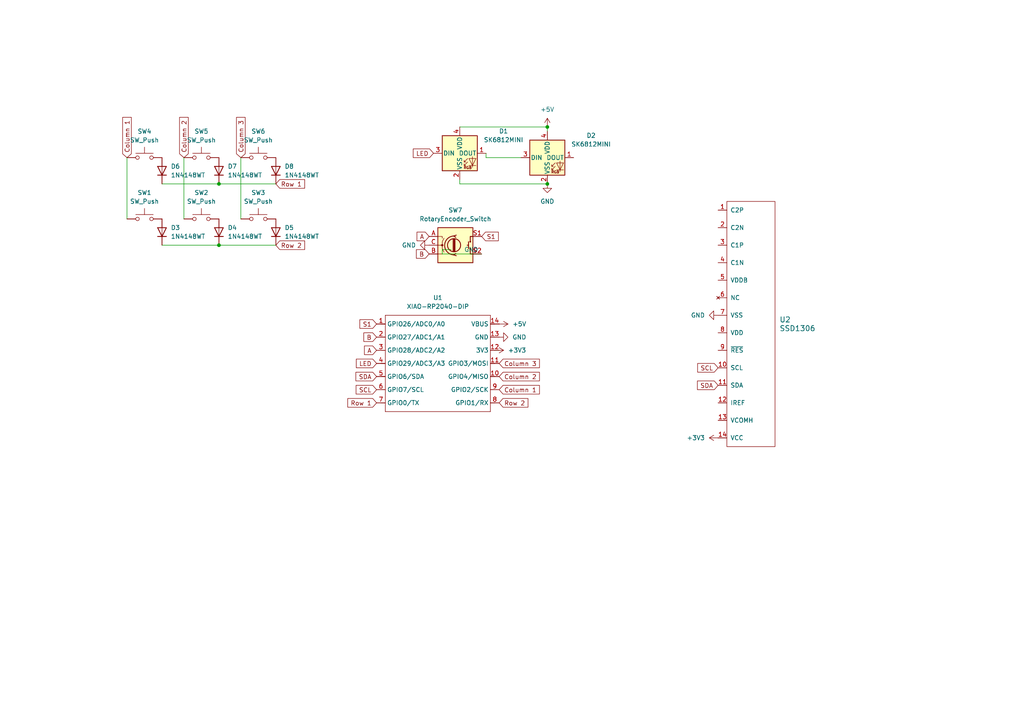
<source format=kicad_sch>
(kicad_sch (version 20250114) (generator "eeschema") (generator_version "9.0")
  (paper "A4")
  (lib_symbols
    (symbol "Device:RotaryEncoder_Switch" (pin_names (offset 0.254) (hide yes))
      (property "Reference" "SW" (at 0 6.604 0))
      (property "Value" "RotaryEncoder_Switch" (at 0 -6.604 0))
      (symbol "RotaryEncoder_Switch_0_1"
        (rectangle (start -5.08 5.08) (end 5.08 -5.08) (stroke (width 0.254)) (fill (type background)))
        (polyline (pts (xy -5.08 2.54) (xy -3.81 2.54) (xy -3.81 2.032)))
        (polyline (pts (xy -5.08 0) (xy -3.81 0) (xy -3.81 -1.016) (xy -3.302 -2.032)))
        (polyline (pts (xy -5.08 -2.54) (xy -3.81 -2.54) (xy -3.81 -2.032)))
        (polyline (pts (xy -4.318 0) (xy -3.81 0) (xy -3.81 1.016) (xy -3.302 2.032)))
        (circle (center -3.81 0) (radius 0.254) (fill (type outline)))
        (polyline (pts (xy -0.635 -1.778) (xy -0.635 1.778)) (stroke (width 0.254)))
        (circle (center -0.381 0) (radius 1.905) (stroke (width 0.254)))
        (polyline (pts (xy -0.381 -1.778) (xy -0.381 1.778)) (stroke (width 0.254)))
        (arc (start -0.381 -2.794) (mid -3.0988 -0.0635) (end -0.381 2.667) (stroke (width 0.254)))
        (polyline (pts (xy -0.127 1.778) (xy -0.127 -1.778)) (stroke (width 0.254)))
        (polyline (pts (xy 0.254 2.921) (xy -0.508 2.667) (xy 0.127 2.286)) (stroke (width 0.254)))
        (polyline (pts (xy 0.254 -3.048) (xy -0.508 -2.794) (xy 0.127 -2.413)) (stroke (width 0.254)))
        (polyline (pts (xy 3.81 1.016) (xy 3.81 -1.016)) (stroke (width 0.254)))
        (polyline (pts (xy 3.81 0) (xy 3.429 0)) (stroke (width 0.254)))
        (circle (center 4.318 1.016) (radius 0.127) (stroke (width 0.254)))
        (circle (center 4.318 -1.016) (radius 0.127) (stroke (width 0.254)))
        (polyline (pts (xy 5.08 2.54) (xy 4.318 2.54) (xy 4.318 1.016)) (stroke (width 0.254)))
        (polyline (pts (xy 5.08 -2.54) (xy 4.318 -2.54) (xy 4.318 -1.016)) (stroke (width 0.254)))
      )
      (symbol "RotaryEncoder_Switch_1_1"
        (pin passive line (at -7.62 2.54 0) (length 2.54) (name "A") (number "A"))
        (pin passive line (at -7.62 0 0) (length 2.54) (name "C") (number "C"))
        (pin passive line (at -7.62 -2.54 0) (length 2.54) (name "B") (number "B"))
        (pin passive line (at 7.62 2.54 180) (length 2.54) (name "S1") (number "S1"))
        (pin passive line (at 7.62 -2.54 180) (length 2.54) (name "S2") (number "S2"))
      )
    )
    (symbol "Diode:1N4148WT" (pin_numbers (hide yes)) (pin_names (hide yes))
      (property "Reference" "D" (at 0 2.54 0))
      (property "Value" "1N4148WT" (at 0 -2.54 0))
      (symbol "1N4148WT_0_1"
        (polyline (pts (xy -1.27 1.27) (xy -1.27 -1.27)) (stroke (width 0.254)))
        (polyline (pts (xy 1.27 1.27) (xy 1.27 -1.27) (xy -1.27 0) (xy 1.27 1.27)) (stroke (width 0.254)))
        (polyline (pts (xy 1.27 0) (xy -1.27 0)))
      )
      (symbol "1N4148WT_1_1"
        (pin passive line (at -3.81 0 0) (length 2.54) (name "K") (number "1"))
        (pin passive line (at 3.81 0 180) (length 2.54) (name "A") (number "2"))
      )
    )
    (symbol "LED:SK6812MINI" (pin_names (offset 0.254))
      (property "Reference" "D" (at 5.08 5.715 0))
      (property "Value" "SK6812MINI" (at 1.27 -5.715 0))
      (symbol "SK6812MINI_0_0"
        (text "RGB" (at 2.286 -4.191 0) (effects (font (size 0.762 0.762))))
      )
      (symbol "SK6812MINI_0_1"
        (polyline (pts (xy 1.27 -2.54) (xy 1.778 -2.54)))
        (polyline (pts (xy 1.27 -3.556) (xy 1.778 -3.556)))
        (polyline (pts (xy 2.286 -1.524) (xy 1.27 -2.54) (xy 1.27 -2.032)))
        (polyline (pts (xy 2.286 -2.54) (xy 1.27 -3.556) (xy 1.27 -3.048)))
        (polyline (pts (xy 3.683 -1.016) (xy 3.683 -3.556) (xy 3.683 -4.064)))
        (polyline (pts (xy 4.699 -1.524) (xy 2.667 -1.524) (xy 3.683 -3.556) (xy 4.699 -1.524)))
        (polyline (pts (xy 4.699 -3.556) (xy 2.667 -3.556)))
        (rectangle (start 5.08 5.08) (end -5.08 -5.08) (stroke (width 0.254)) (fill (type background)))
      )
      (symbol "SK6812MINI_1_1"
        (pin input line (at -7.62 0 0) (length 2.54) (name "DIN") (number "3"))
        (pin power_in line (at 0 7.62 270) (length 2.54) (name "VDD") (number "4"))
        (pin power_in line (at 0 -7.62 90) (length 2.54) (name "VSS") (number "2"))
        (pin output line (at 7.62 0 180) (length 2.54) (name "DOUT") (number "1"))
      )
    )
    (symbol "SSD1306_OLED-0.91-128x32:SSD1306" (pin_names (offset 1.016))
      (property "Reference" "U" (at 34.29 15.24 0))
      (property "Value" "SSD1306" (at -34.29 15.24 0))
      (symbol "SSD1306_0_1"
        (rectangle (start -35.56 16.51) (end 35.56 2.54))
      )
      (symbol "SSD1306_1_1"
        (pin input line (at -33.02 0 90) (length 2.54) (name "C2P") (number "1"))
        (pin input line (at -27.94 0 90) (length 2.54) (name "C2N") (number "2"))
        (pin input line (at -22.86 0 90) (length 2.54) (name "C1P") (number "3"))
        (pin input line (at -17.78 0 90) (length 2.54) (name "C1N") (number "4"))
        (pin input line (at -12.7 0 90) (length 2.54) (name "VDDB") (number "5"))
        (pin no_connect line (at -7.62 0 90) (length 2.54) (name "NC") (number "6"))
        (pin output line (at -2.54 0 90) (length 2.54) (name "VSS") (number "7"))
        (pin input line (at 2.54 0 90) (length 2.54) (name "VDD") (number "8"))
        (pin input line (at 7.62 0 90) (length 2.54) (name "~{RES}") (number "9"))
        (pin input line (at 12.7 0 90) (length 2.54) (name "SCL") (number "10"))
        (pin input line (at 17.78 0 90) (length 2.54) (name "SDA") (number "11"))
        (pin input line (at 22.86 0 90) (length 2.54) (name "IREF") (number "12"))
        (pin input line (at 27.94 0 90) (length 2.54) (name "VCOMH") (number "13"))
        (pin input line (at 33.02 0 90) (length 2.54) (name "VCC") (number "14"))
      )
    )
    (symbol "Seeed_Studio_XIAO_Series:XIAO-RP2040-DIP"
      (property "Reference" "U" (at 0 0 0))
      (property "Value" "XIAO-RP2040-DIP" (at 5.334 -1.778 0))
      (symbol "XIAO-RP2040-DIP_1_0"
        (polyline (pts (xy -1.27 -2.54) (xy 29.21 -2.54)) (stroke (width 0.1524)))
        (polyline (pts (xy -1.27 -5.08) (xy -2.54 -5.08)) (stroke (width 0.1524)))
        (polyline (pts (xy -1.27 -5.08) (xy -1.27 -2.54)) (stroke (width 0.1524)))
        (polyline (pts (xy -1.27 -8.89) (xy -2.54 -8.89)) (stroke (width 0.1524)))
        (polyline (pts (xy -1.27 -8.89) (xy -1.27 -5.08)) (stroke (width 0.1524)))
        (polyline (pts (xy -1.27 -12.7) (xy -2.54 -12.7)) (stroke (width 0.1524)))
        (polyline (pts (xy -1.27 -12.7) (xy -1.27 -8.89)) (stroke (width 0.1524)))
        (polyline (pts (xy -1.27 -16.51) (xy -2.54 -16.51)) (stroke (width 0.1524)))
        (polyline (pts (xy -1.27 -16.51) (xy -1.27 -12.7)) (stroke (width 0.1524)))
        (polyline (pts (xy -1.27 -20.32) (xy -2.54 -20.32)) (stroke (width 0.1524)))
        (polyline (pts (xy -1.27 -24.13) (xy -2.54 -24.13)) (stroke (width 0.1524)))
        (polyline (pts (xy -1.27 -27.94) (xy -2.54 -27.94)) (stroke (width 0.1524)))
        (polyline (pts (xy -1.27 -30.48) (xy -1.27 -16.51)) (stroke (width 0.1524)))
        (polyline (pts (xy 29.21 -2.54) (xy 29.21 -5.08)) (stroke (width 0.1524)))
        (polyline (pts (xy 29.21 -5.08) (xy 29.21 -8.89)) (stroke (width 0.1524)))
        (polyline (pts (xy 29.21 -8.89) (xy 29.21 -12.7)) (stroke (width 0.1524)))
        (polyline (pts (xy 29.21 -12.7) (xy 29.21 -30.48)) (stroke (width 0.1524)))
        (polyline (pts (xy 29.21 -30.48) (xy -1.27 -30.48)) (stroke (width 0.1524)))
        (polyline (pts (xy 30.48 -5.08) (xy 29.21 -5.08)) (stroke (width 0.1524)))
        (polyline (pts (xy 30.48 -8.89) (xy 29.21 -8.89)) (stroke (width 0.1524)))
        (polyline (pts (xy 30.48 -12.7) (xy 29.21 -12.7)) (stroke (width 0.1524)))
        (polyline (pts (xy 30.48 -16.51) (xy 29.21 -16.51)) (stroke (width 0.1524)))
        (polyline (pts (xy 30.48 -20.32) (xy 29.21 -20.32)) (stroke (width 0.1524)))
        (polyline (pts (xy 30.48 -24.13) (xy 29.21 -24.13)) (stroke (width 0.1524)))
        (polyline (pts (xy 30.48 -27.94) (xy 29.21 -27.94)) (stroke (width 0.1524)))
        (pin passive line (at -3.81 -5.08 0) (length 2.54) (name "GPIO26/ADC0/A0") (number "1"))
        (pin passive line (at -3.81 -8.89 0) (length 2.54) (name "GPIO27/ADC1/A1") (number "2"))
        (pin passive line (at -3.81 -12.7 0) (length 2.54) (name "GPIO28/ADC2/A2") (number "3"))
        (pin passive line (at -3.81 -16.51 0) (length 2.54) (name "GPIO29/ADC3/A3") (number "4"))
        (pin passive line (at -3.81 -20.32 0) (length 2.54) (name "GPIO6/SDA") (number "5"))
        (pin passive line (at -3.81 -24.13 0) (length 2.54) (name "GPIO7/SCL") (number "6"))
        (pin passive line (at -3.81 -27.94 0) (length 2.54) (name "GPIO0/TX") (number "7"))
        (pin passive line (at 31.75 -5.08 180) (length 2.54) (name "VBUS") (number "14"))
        (pin passive line (at 31.75 -8.89 180) (length 2.54) (name "GND") (number "13"))
        (pin passive line (at 31.75 -12.7 180) (length 2.54) (name "3V3") (number "12"))
        (pin passive line (at 31.75 -16.51 180) (length 2.54) (name "GPIO3/MOSI") (number "11"))
        (pin passive line (at 31.75 -20.32 180) (length 2.54) (name "GPIO4/MISO") (number "10"))
        (pin passive line (at 31.75 -24.13 180) (length 2.54) (name "GPIO2/SCK") (number "9"))
        (pin passive line (at 31.75 -27.94 180) (length 2.54) (name "GPIO1/RX") (number "8"))
      )
    )
    (symbol "Switch:SW_Push" (pin_numbers (hide yes)) (pin_names (offset 1.016) (hide yes))
      (property "Reference" "SW" (at 1.27 2.54 0))
      (property "Value" "SW_Push" (at 0 -1.524 0))
      (symbol "SW_Push_0_1"
        (circle (center -2.032 0) (radius 0.508))
        (polyline (pts (xy 0 1.27) (xy 0 3.048)))
        (circle (center 2.032 0) (radius 0.508))
        (polyline (pts (xy 2.54 1.27) (xy -2.54 1.27)))
        (pin passive line (at -5.08 0 0) (length 2.54) (name "1") (number "1"))
        (pin passive line (at 5.08 0 180) (length 2.54) (name "2") (number "2"))
      )
    )
    (symbol "power:+3V3" (power) (pin_numbers (hide yes)) (pin_names (offset 0) (hide yes))
      (property "Value" "+3V3" (at 0 3.556 0))
      (symbol "+3V3_0_1"
        (polyline (pts (xy -0.762 1.27) (xy 0 2.54)))
        (polyline (pts (xy 0 2.54) (xy 0.762 1.27)))
        (polyline (pts (xy 0 0) (xy 0 2.54)))
      )
      (symbol "+3V3_1_1"
        (pin power_in line (at 0 0 90) (length 0) (name "~") (number "1"))
      )
    )
    (symbol "power:+5V" (power) (pin_numbers (hide yes)) (pin_names (offset 0) (hide yes))
      (property "Value" "+5V" (at 0 3.556 0))
      (symbol "+5V_0_1"
        (polyline (pts (xy -0.762 1.27) (xy 0 2.54)))
        (polyline (pts (xy 0 2.54) (xy 0.762 1.27)))
        (polyline (pts (xy 0 0) (xy 0 2.54)))
      )
      (symbol "+5V_1_1"
        (pin power_in line (at 0 0 90) (length 0) (name "~") (number "1"))
      )
    )
    (symbol "power:GND" (power) (pin_numbers (hide yes)) (pin_names (offset 0) (hide yes))
      (property "Value" "GND" (at 0 -3.81 0))
      (symbol "GND_0_1"
        (polyline (pts (xy 0 0) (xy 0 -1.27) (xy 1.27 -1.27) (xy 0 -2.54) (xy -1.27 -1.27) (xy 0 -1.27)))
      )
      (symbol "GND_1_1"
        (pin power_in line (at 0 0 270) (length 0) (name "~") (number "1"))
      )
    )
  )
  (junction (at 63.5 53.34))
  (junction (at 63.5 71.12))
  (junction (at 158.75 36.83))
  (junction (at 158.75 53.34))
  (wire (pts (xy 46.99 53.34) (xy 63.5 53.34)))
  (wire (pts (xy 139.7 73.66) (xy 128.27 73.66)))
  (wire (pts (xy 63.5 71.12) (xy 80.01 71.12)))
  (wire (pts (xy 158.75 38.1) (xy 158.75 36.83)))
  (wire (pts (xy 46.99 71.12) (xy 63.5 71.12)))
  (wire (pts (xy 140.97 45.72) (xy 140.97 44.45)))
  (wire (pts (xy 158.75 36.83) (xy 133.35 36.83)))
  (wire (pts (xy 158.75 53.34) (xy 133.35 53.34)))
  (wire (pts (xy 69.85 45.72) (xy 69.85 63.5)))
  (wire (pts (xy 128.27 72.39) (xy 130.81 72.39)))
  (wire (pts (xy 133.35 53.34) (xy 133.35 52.07)))
  (wire (pts (xy 143.51 101.6) (xy 144.78 101.6)))
  (wire (pts (xy 151.13 45.72) (xy 140.97 45.72)))
  (wire (pts (xy 128.27 73.66) (xy 128.27 72.39)))
  (wire (pts (xy 63.5 53.34) (xy 80.01 53.34)))
  (wire (pts (xy 53.34 45.72) (xy 53.34 63.5)))
  (wire (pts (xy 36.83 45.72) (xy 36.83 63.5)))
  (global_label "Row 1" (shape input) (at 80.01 53.34 0) (property "Intersheetrefs" "${INTERSHEET_REFS}" (effects (hide yes))))
  (global_label "Column 2" (shape input) (at 53.34 45.72 90) (property "Intersheetrefs" "${INTERSHEET_REFS}" (effects (hide yes))))
  (global_label "LED" (shape input) (at 109.22 105.41 180) (property "Intersheetrefs" "${INTERSHEET_REFS}" (effects (hide yes))))
  (global_label "Column 1" (shape input) (at 36.83 45.72 90) (property "Intersheetrefs" "${INTERSHEET_REFS}" (effects (hide yes))))
  (global_label "S1" (shape input) (at 109.22 93.98 180) (property "Intersheetrefs" "${INTERSHEET_REFS}" (effects (hide yes))))
  (global_label "S1" (shape input) (at 139.7 68.58 0) (property "Intersheetrefs" "${INTERSHEET_REFS}" (effects (hide yes))))
  (global_label "Column 1" (shape input) (at 144.78 113.03 0) (property "Intersheetrefs" "${INTERSHEET_REFS}" (effects (hide yes))))
  (global_label "A" (shape input) (at 109.22 101.6 180) (property "Intersheetrefs" "${INTERSHEET_REFS}" (effects (hide yes))))
  (global_label "SCL" (shape input) (at 208.28 106.68 180) (property "Intersheetrefs" "${INTERSHEET_REFS}" (effects (hide yes))))
  (global_label "B" (shape input) (at 124.46 73.66 180) (property "Intersheetrefs" "${INTERSHEET_REFS}" (effects (hide yes))))
  (global_label "SDA" (shape input) (at 208.28 111.76 180) (property "Intersheetrefs" "${INTERSHEET_REFS}" (effects (hide yes))))
  (global_label "Column 3" (shape input) (at 144.78 105.41 0) (property "Intersheetrefs" "${INTERSHEET_REFS}" (effects (hide yes))))
  (global_label "SDA" (shape input) (at 109.22 109.22 180) (property "Intersheetrefs" "${INTERSHEET_REFS}" (effects (hide yes))))
  (global_label "Column 2" (shape input) (at 144.78 109.22 0) (property "Intersheetrefs" "${INTERSHEET_REFS}" (effects (hide yes))))
  (global_label "Row 2" (shape input) (at 80.01 71.12 0) (property "Intersheetrefs" "${INTERSHEET_REFS}" (effects (hide yes))))
  (global_label "A" (shape input) (at 124.46 68.58 180) (property "Intersheetrefs" "${INTERSHEET_REFS}" (effects (hide yes))))
  (global_label "LED" (shape input) (at 125.73 44.45 180) (property "Intersheetrefs" "${INTERSHEET_REFS}" (effects (hide yes))))
  (global_label "SCL" (shape input) (at 109.22 113.03 180) (property "Intersheetrefs" "${INTERSHEET_REFS}" (effects (hide yes))))
  (global_label "Column 3" (shape input) (at 69.85 45.72 90) (property "Intersheetrefs" "${INTERSHEET_REFS}" (effects (hide yes))))
  (global_label "Row 2" (shape input) (at 144.78 116.84 0) (property "Intersheetrefs" "${INTERSHEET_REFS}" (effects (hide yes))))
  (global_label "Row 1" (shape input) (at 109.22 116.84 180) (property "Intersheetrefs" "${INTERSHEET_REFS}" (effects (hide yes))))
  (global_label "B" (shape input) (at 109.22 97.79 180) (property "Intersheetrefs" "${INTERSHEET_REFS}" (effects (hide yes))))
  (symbol (lib_id "Diode:1N4148WT") (at 80.01 67.31 90) (unit 1)
    (property "Reference" "D5" (at 82.55 66.0399 90) (effects (justify right)))
    (property "Value" "1N4148WT" (at 82.55 68.5799 90) (effects (justify right)))
    (property "Footprint" "Diode_SMD:D_SOD-523" (effects (hide yes)))
    (property "Datasheet" "https://www.diodes.com/assets/Datasheets/ds30396.pdf" (effects (hide yes)))
    (property "Description" "75V 0.15A Fast switching Diode, SOD-523" (effects (hide yes)))
    (property "Sim.Device" "D" (effects (hide yes)))
    (property "Sim.Pins" "1=K 2=A" (effects (hide yes)))
  )
  (symbol (lib_id "Diode:1N4148WT") (at 46.99 49.53 90) (unit 1)
    (property "Reference" "D6" (at 49.53 48.2599 90) (effects (justify right)))
    (property "Value" "1N4148WT" (at 49.53 50.7999 90) (effects (justify right)))
    (property "Footprint" "Diode_SMD:D_SOD-523" (effects (hide yes)))
    (property "Datasheet" "https://www.diodes.com/assets/Datasheets/ds30396.pdf" (effects (hide yes)))
    (property "Description" "75V 0.15A Fast switching Diode, SOD-523" (effects (hide yes)))
    (property "Sim.Device" "D" (effects (hide yes)))
    (property "Sim.Pins" "1=K 2=A" (effects (hide yes)))
  )
  (symbol (lib_id "power:+5V") (at 144.78 93.98 270) (unit 1)
    (property "Reference" "#PWR03" (effects (hide yes)))
    (property "Value" "+5V" (at 148.59 93.9799 90) (effects (justify left)))
    (property "Description" "Power symbol creates a global label with name \"+5V\"" (effects (hide yes)))
  )
  (symbol (lib_id "LED:SK6812MINI") (at 158.75 45.72 0) (unit 1)
    (property "Reference" "D2" (at 171.45 39.2998 0))
    (property "Value" "SK6812MINI" (at 171.45 41.8398 0))
    (property "Footprint" "LED_SMD:LED_SK6812MINI_PLCC4_3.5x3.5mm_P1.75mm" (effects (hide yes)))
    (property "Datasheet" "https://cdn-shop.adafruit.com/product-files/2686/SK6812MINI_REV.01-1-2.pdf" (effects (hide yes)))
    (property "Description" "RGB LED with integrated controller" (effects (hide yes)))
  )
  (symbol (lib_id "power:GND") (at 158.75 53.34 0) (unit 1)
    (property "Reference" "#PWR05" (effects (hide yes)))
    (property "Value" "GND" (at 158.75 58.42 0))
    (property "Description" "Power symbol creates a global label with name \"GND\" , ground" (effects (hide yes)))
  )
  (symbol (lib_id "power:+3V3") (at 208.28 127 90) (unit 1)
    (property "Reference" "#PWR08" (effects (hide yes)))
    (property "Value" "+3V3" (at 204.47 126.9999 90) (effects (justify left)))
    (property "Description" "Power symbol creates a global label with name \"+3V3\"" (effects (hide yes)))
  )
  (symbol (lib_id "Switch:SW_Push") (at 74.93 45.72 0) (unit 1)
    (property "Reference" "SW6" (at 74.93 38.1 0))
    (property "Value" "SW_Push" (at 74.93 40.64 0))
    (property "Footprint" "Button_Switch_Keyboard:SW_Cherry_MX_1.00u_PCB" (effects (hide yes)))
    (property "Description" "Push button switch, generic, two pins" (effects (hide yes)))
  )
  (symbol (lib_id "power:GND") (at 130.81 72.39 90) (unit 1)
    (property "Reference" "#PWR07" (effects (hide yes)))
    (property "Value" "GND" (at 134.62 72.3899 90) (effects (justify right)))
    (property "Description" "Power symbol creates a global label with name \"GND\" , ground" (effects (hide yes)))
  )
  (symbol (lib_id "Diode:1N4148WT") (at 63.5 49.53 90) (unit 1)
    (property "Reference" "D7" (at 66.04 48.2599 90) (effects (justify right)))
    (property "Value" "1N4148WT" (at 66.04 50.7999 90) (effects (justify right)))
    (property "Footprint" "Diode_SMD:D_SOD-523" (effects (hide yes)))
    (property "Datasheet" "https://www.diodes.com/assets/Datasheets/ds30396.pdf" (effects (hide yes)))
    (property "Description" "75V 0.15A Fast switching Diode, SOD-523" (effects (hide yes)))
    (property "Sim.Device" "D" (effects (hide yes)))
    (property "Sim.Pins" "1=K 2=A" (effects (hide yes)))
  )
  (symbol (lib_id "Diode:1N4148WT") (at 46.99 67.31 90) (unit 1)
    (property "Reference" "D3" (at 49.53 66.0399 90) (effects (justify right)))
    (property "Value" "1N4148WT" (at 49.53 68.5799 90) (effects (justify right)))
    (property "Footprint" "Diode_SMD:D_SOD-523" (effects (hide yes)))
    (property "Datasheet" "https://www.diodes.com/assets/Datasheets/ds30396.pdf" (effects (hide yes)))
    (property "Description" "75V 0.15A Fast switching Diode, SOD-523" (effects (hide yes)))
    (property "Sim.Device" "D" (effects (hide yes)))
    (property "Sim.Pins" "1=K 2=A" (effects (hide yes)))
  )
  (symbol (lib_id "Switch:SW_Push") (at 41.91 45.72 0) (unit 1)
    (property "Reference" "SW4" (at 41.91 38.1 0))
    (property "Value" "SW_Push" (at 41.91 40.64 0))
    (property "Footprint" "Button_Switch_Keyboard:SW_Cherry_MX_1.00u_PCB" (effects (hide yes)))
    (property "Description" "Push button switch, generic, two pins" (effects (hide yes)))
  )
  (symbol (lib_id "Diode:1N4148WT") (at 80.01 49.53 90) (unit 1)
    (property "Reference" "D8" (at 82.55 48.2599 90) (effects (justify right)))
    (property "Value" "1N4148WT" (at 82.55 50.7999 90) (effects (justify right)))
    (property "Footprint" "Diode_SMD:D_SOD-523" (effects (hide yes)))
    (property "Datasheet" "https://www.diodes.com/assets/Datasheets/ds30396.pdf" (effects (hide yes)))
    (property "Description" "75V 0.15A Fast switching Diode, SOD-523" (effects (hide yes)))
    (property "Sim.Device" "D" (effects (hide yes)))
    (property "Sim.Pins" "1=K 2=A" (effects (hide yes)))
  )
  (symbol (lib_id "Seeed_Studio_XIAO_Series:XIAO-RP2040-DIP") (at 113.03 88.9 0) (unit 1)
    (property "Reference" "U1" (at 127 86.36 0))
    (property "Value" "XIAO-RP2040-DIP" (at 127 88.9 0))
    (property "Footprint" "Seeed Studio XIAO Series Library:XIAO-RP2040-DIP" (effects (hide yes)))
  )
  (symbol (lib_id "Switch:SW_Push") (at 74.93 63.5 0) (unit 1)
    (property "Reference" "SW3" (at 74.93 55.88 0))
    (property "Value" "SW_Push" (at 74.93 58.42 0))
    (property "Footprint" "Button_Switch_Keyboard:SW_Cherry_MX_1.00u_PCB" (effects (hide yes)))
    (property "Description" "Push button switch, generic, two pins" (effects (hide yes)))
  )
  (symbol (lib_id "power:GND") (at 144.78 97.79 90) (unit 1)
    (property "Reference" "#PWR01" (effects (hide yes)))
    (property "Value" "GND" (at 148.59 97.7899 90) (effects (justify right)))
    (property "Description" "Power symbol creates a global label with name \"GND\" , ground" (effects (hide yes)))
  )
  (symbol (lib_id "Diode:1N4148WT") (at 63.5 67.31 90) (unit 1)
    (property "Reference" "D4" (at 66.04 66.0399 90) (effects (justify right)))
    (property "Value" "1N4148WT" (at 66.04 68.5799 90) (effects (justify right)))
    (property "Footprint" "Diode_SMD:D_SOD-523" (effects (hide yes)))
    (property "Datasheet" "https://www.diodes.com/assets/Datasheets/ds30396.pdf" (effects (hide yes)))
    (property "Description" "75V 0.15A Fast switching Diode, SOD-523" (effects (hide yes)))
    (property "Sim.Device" "D" (effects (hide yes)))
    (property "Sim.Pins" "1=K 2=A" (effects (hide yes)))
  )
  (symbol (lib_id "Device:RotaryEncoder_Switch") (at 132.08 71.12 0) (unit 1)
    (property "Reference" "SW7" (at 132.08 60.96 0))
    (property "Value" "RotaryEncoder_Switch" (at 132.08 63.5 0))
    (property "Footprint" "Rotary_Encoder:RotaryEncoder_Alps_EC11E-Switch_Vertical_H20mm" (effects (hide yes)))
    (property "Description" "Rotary encoder, dual channel, incremental quadrate outputs, with switch" (effects (hide yes)))
  )
  (symbol (lib_id "Switch:SW_Push") (at 58.42 63.5 0) (unit 1)
    (property "Reference" "SW2" (at 58.42 55.88 0))
    (property "Value" "SW_Push" (at 58.42 58.42 0))
    (property "Footprint" "Button_Switch_Keyboard:SW_Cherry_MX_1.00u_PCB" (effects (hide yes)))
    (property "Description" "Push button switch, generic, two pins" (effects (hide yes)))
  )
  (symbol (lib_id "power:GND") (at 208.28 91.44 270) (unit 1)
    (property "Reference" "#PWR02" (effects (hide yes)))
    (property "Value" "GND" (at 204.47 91.4399 90) (effects (justify right)))
    (property "Description" "Power symbol creates a global label with name \"GND\" , ground" (effects (hide yes)))
  )
  (symbol (lib_id "power:+3V3") (at 143.51 101.6 270) (unit 1)
    (property "Reference" "#PWR09" (effects (hide yes)))
    (property "Value" "+3V3" (at 147.32 101.5999 90) (effects (justify left)))
    (property "Description" "Power symbol creates a global label with name \"+3V3\"" (effects (hide yes)))
  )
  (symbol (lib_id "Switch:SW_Push") (at 41.91 63.5 0) (unit 1)
    (property "Reference" "SW1" (at 41.91 55.88 0))
    (property "Value" "SW_Push" (at 41.91 58.42 0))
    (property "Footprint" "Button_Switch_Keyboard:SW_Cherry_MX_1.00u_PCB" (effects (hide yes)))
    (property "Description" "Push button switch, generic, two pins" (effects (hide yes)))
  )
  (symbol (lib_id "power:GND") (at 124.46 71.12 270) (unit 1)
    (property "Reference" "#PWR06" (effects (hide yes)))
    (property "Value" "GND" (at 120.65 71.1199 90) (effects (justify right)))
    (property "Description" "Power symbol creates a global label with name \"GND\" , ground" (effects (hide yes)))
  )
  (symbol (lib_id "LED:SK6812MINI") (at 133.35 44.45 0) (unit 1)
    (property "Reference" "D1" (at 146.05 38.0298 0))
    (property "Value" "SK6812MINI" (at 146.05 40.5698 0))
    (property "Footprint" "LED_SMD:LED_SK6812MINI_PLCC4_3.5x3.5mm_P1.75mm" (effects (hide yes)))
    (property "Datasheet" "https://cdn-shop.adafruit.com/product-files/2686/SK6812MINI_REV.01-1-2.pdf" (effects (hide yes)))
    (property "Description" "RGB LED with integrated controller" (effects (hide yes)))
  )
  (symbol (lib_id "power:+5V") (at 158.75 36.83 0) (unit 1)
    (property "Reference" "#PWR04" (effects (hide yes)))
    (property "Value" "+5V" (at 158.75 31.75 0))
    (property "Description" "Power symbol creates a global label with name \"+5V\"" (effects (hide yes)))
  )
  (symbol (lib_id "Switch:SW_Push") (at 58.42 45.72 0) (unit 1)
    (property "Reference" "SW5" (at 58.42 38.1 0))
    (property "Value" "SW_Push" (at 58.42 40.64 0))
    (property "Footprint" "Button_Switch_Keyboard:SW_Cherry_MX_1.00u_PCB" (effects (hide yes)))
    (property "Description" "Push button switch, generic, two pins" (effects (hide yes)))
  )
  (symbol (lib_id "SSD1306_OLED-0.91-128x32:SSD1306") (at 208.28 93.98 270) (unit 1)
    (property "Reference" "U2" (at 226.06 92.7099 90) (effects (font (size 1.524 1.524)) (justify left)))
    (property "Value" "SSD1306" (at 226.06 95.2499 90) (effects (font (size 1.524 1.524)) (justify left)))
    (property "Footprint" "Display:Adafruit_SSD1306" (effects (hide yes)))
  )
)
</source>
